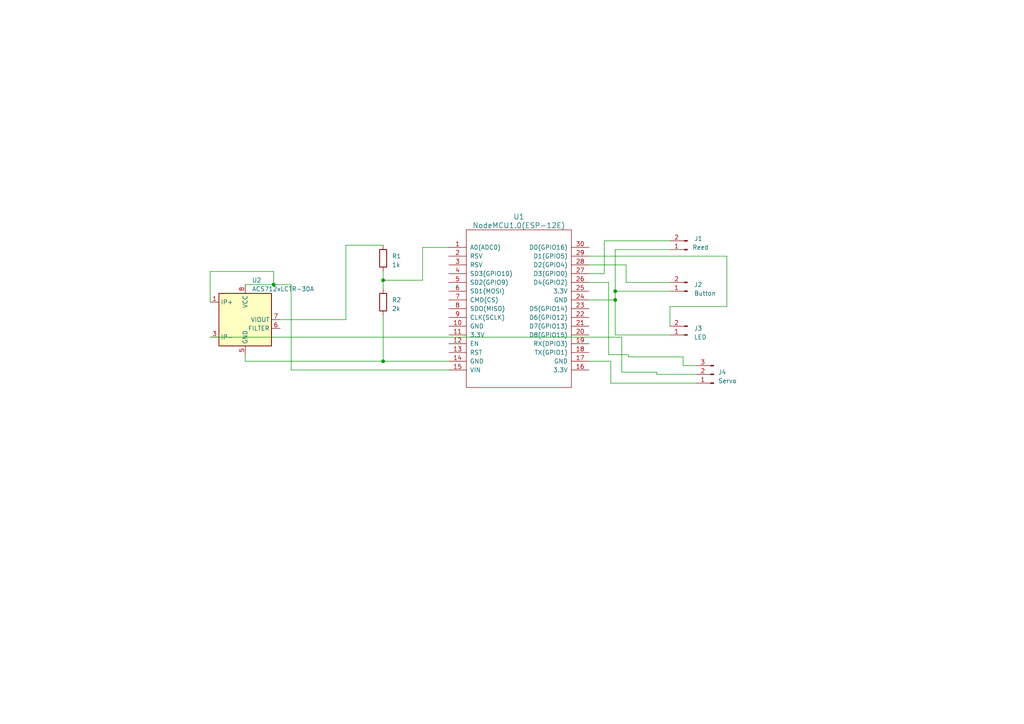
<source format=kicad_sch>
(kicad_sch (version 20230121) (generator eeschema)
  (paper "A4")
  (lib_symbols
    (symbol "Connector:Conn_01x02_Pin" (pin_names (offset 1.016) hide)
      (property "Reference" "J" (at 0 2.54 0))
      (property "Value" "Conn_01x02_Pin" (at 0 -5.08 0))
      (symbol "Conn_01x02_Pin_1_1"
        (polyline (pts (xy 1.27 -2.54) (xy 0.8636 -2.54)) (stroke (width 0.1524)))
        (polyline (pts (xy 1.27 0) (xy 0.8636 0)) (stroke (width 0.1524)))
        (rectangle (start 0.8636 -2.413) (end 0 -2.667) (stroke (width 0.1524)) (fill (type outline)))
        (rectangle (start 0.8636 0.127) (end 0 -0.127) (stroke (width 0.1524)) (fill (type outline)))
        (pin passive line (at 5.08 0 180) (length 3.81) (name "Pin_1") (number "1"))
        (pin passive line (at 5.08 -2.54 180) (length 3.81) (name "Pin_2") (number "2"))
      )
    )
    (symbol "Connector:Conn_01x03_Pin" (pin_names (offset 1.016) hide)
      (property "Reference" "J" (at 0 5.08 0))
      (property "Value" "Conn_01x03_Pin" (at 0 -5.08 0))
      (symbol "Conn_01x03_Pin_1_1"
        (polyline (pts (xy 1.27 -2.54) (xy 0.8636 -2.54)) (stroke (width 0.1524)))
        (polyline (pts (xy 1.27 0) (xy 0.8636 0)) (stroke (width 0.1524)))
        (polyline (pts (xy 1.27 2.54) (xy 0.8636 2.54)) (stroke (width 0.1524)))
        (rectangle (start 0.8636 -2.413) (end 0 -2.667) (stroke (width 0.1524)) (fill (type outline)))
        (rectangle (start 0.8636 0.127) (end 0 -0.127) (stroke (width 0.1524)) (fill (type outline)))
        (rectangle (start 0.8636 2.667) (end 0 2.413) (stroke (width 0.1524)) (fill (type outline)))
        (pin passive line (at 5.08 2.54 180) (length 3.81) (name "Pin_1") (number "1"))
        (pin passive line (at 5.08 0 180) (length 3.81) (name "Pin_2") (number "2"))
        (pin passive line (at 5.08 -2.54 180) (length 3.81) (name "Pin_3") (number "3"))
      )
    )
    (symbol "Device:R" (pin_numbers hide) (pin_names (offset 0))
      (property "Reference" "R" (at 2.032 0 90))
      (property "Value" "R" (at 0 0 90))
      (symbol "R_0_1"
        (rectangle (start -1.016 -2.54) (end 1.016 2.54) (stroke (width 0.254)))
      )
      (symbol "R_1_1"
        (pin passive line (at 0 3.81 270) (length 1.27) (name "~") (number "1"))
        (pin passive line (at 0 -3.81 90) (length 1.27) (name "~") (number "2"))
      )
    )
    (symbol "NodeMCUv3:NodeMCU1.0(ESP-12E)" (pin_names (offset 1.016))
      (property "Reference" "U" (at 0 21.59 0))
      (property "Value" "NodeMCU1.0(ESP-12E)" (at 0 -21.59 0))
      (symbol "NodeMCU1.0(ESP-12E)_0_1"
        (rectangle (start -15.24 -22.86) (end 15.24 22.86))
      )
      (symbol "NodeMCU1.0(ESP-12E)_1_1"
        (pin input line (at -20.32 17.78 0) (length 5.08) (name "A0(ADC0)") (number "1"))
        (pin input line (at -20.32 -5.08 0) (length 5.08) (name "GND") (number "10"))
        (pin input line (at -20.32 -7.62 0) (length 5.08) (name "3.3V") (number "11"))
        (pin input line (at -20.32 -10.16 0) (length 5.08) (name "EN") (number "12"))
        (pin input line (at -20.32 -12.7 0) (length 5.08) (name "RST") (number "13"))
        (pin input line (at -20.32 -15.24 0) (length 5.08) (name "GND") (number "14"))
        (pin input line (at -20.32 -17.78 0) (length 5.08) (name "VIN") (number "15"))
        (pin input line (at 20.32 -17.78 180) (length 5.08) (name "3.3V") (number "16"))
        (pin input line (at 20.32 -15.24 180) (length 5.08) (name "GND") (number "17"))
        (pin input line (at 20.32 -12.7 180) (length 5.08) (name "TX(GPIO1)") (number "18"))
        (pin input line (at 20.32 -10.16 180) (length 5.08) (name "RX(DPIO3)") (number "19"))
        (pin input line (at -20.32 15.24 0) (length 5.08) (name "RSV") (number "2"))
        (pin input line (at 20.32 -7.62 180) (length 5.08) (name "D8(GPIO15)") (number "20"))
        (pin input line (at 20.32 -5.08 180) (length 5.08) (name "D7(GPIO13)") (number "21"))
        (pin input line (at 20.32 -2.54 180) (length 5.08) (name "D6(GPIO12)") (number "22"))
        (pin input line (at 20.32 0 180) (length 5.08) (name "D5(GPIO14)") (number "23"))
        (pin input line (at 20.32 2.54 180) (length 5.08) (name "GND") (number "24"))
        (pin input line (at 20.32 5.08 180) (length 5.08) (name "3.3V") (number "25"))
        (pin input line (at 20.32 7.62 180) (length 5.08) (name "D4(GPIO2)") (number "26"))
        (pin input line (at 20.32 10.16 180) (length 5.08) (name "D3(GPIO0)") (number "27"))
        (pin input line (at 20.32 12.7 180) (length 5.08) (name "D2(GPIO4)") (number "28"))
        (pin input line (at 20.32 15.24 180) (length 5.08) (name "D1(GPIO5)") (number "29"))
        (pin input line (at -20.32 12.7 0) (length 5.08) (name "RSV") (number "3"))
        (pin input line (at 20.32 17.78 180) (length 5.08) (name "D0(GPIO16)") (number "30"))
        (pin input line (at -20.32 10.16 0) (length 5.08) (name "SD3(GPIO10)") (number "4"))
        (pin input line (at -20.32 7.62 0) (length 5.08) (name "SD2(GPIO9)") (number "5"))
        (pin input line (at -20.32 5.08 0) (length 5.08) (name "SD1(MOSI)") (number "6"))
        (pin input line (at -20.32 2.54 0) (length 5.08) (name "CMD(CS)") (number "7"))
        (pin input line (at -20.32 0 0) (length 5.08) (name "SDO(MISO)") (number "8"))
        (pin input line (at -20.32 -2.54 0) (length 5.08) (name "CLK(SCLK)") (number "9"))
      )
    )
    (symbol "Sensor_Current:ACS712xLCTR-30A"
      (property "Reference" "U" (at 2.54 11.43 0))
      (property "Value" "ACS712xLCTR-30A" (at 2.54 8.89 0))
      (symbol "ACS712xLCTR-30A_0_1"
        (rectangle (start -7.62 7.62) (end 7.62 -7.62) (stroke (width 0.254)) (fill (type background)))
      )
      (symbol "ACS712xLCTR-30A_1_1"
        (pin passive line (at -10.16 5.08 0) (length 2.54) (name "IP+") (number "1"))
        (pin passive line (at -10.16 5.08 0) (length 2.54) hide (name "IP+") (number "2"))
        (pin passive line (at -10.16 -5.08 0) (length 2.54) (name "IP-") (number "3"))
        (pin passive line (at -10.16 -5.08 0) (length 2.54) hide (name "IP-") (number "4"))
        (pin power_in line (at 0 -10.16 90) (length 2.54) (name "GND") (number "5"))
        (pin passive line (at 10.16 -2.54 180) (length 2.54) (name "FILTER") (number "6"))
        (pin output line (at 10.16 0 180) (length 2.54) (name "VIOUT") (number "7"))
        (pin power_in line (at 0 10.16 270) (length 2.54) (name "VCC") (number "8"))
      )
    )
  )
  (junction (at 79.375 82.55))
  (junction (at 111.125 81.28))
  (junction (at 178.435 86.995))
  (junction (at 178.435 84.455))
  (junction (at 111.125 104.775))
  (wire (pts (xy 182.245 103.505) (xy 182.245 102.87)))
  (wire (pts (xy 178.435 97.155) (xy 178.435 86.995)))
  (wire (pts (xy 71.12 102.87) (xy 71.12 104.775)))
  (wire (pts (xy 175.26 69.85) (xy 194.31 69.85)))
  (wire (pts (xy 79.375 82.55) (xy 84.455 82.55)))
  (wire (pts (xy 122.555 71.755) (xy 130.175 71.755)))
  (wire (pts (xy 170.815 74.295) (xy 210.82 74.295)))
  (wire (pts (xy 111.125 91.44) (xy 111.125 104.775)))
  (wire (pts (xy 170.815 81.915) (xy 176.53 81.915)))
  (wire (pts (xy 71.12 104.775) (xy 111.125 104.775)))
  (wire (pts (xy 177.165 111.125) (xy 201.93 111.125)))
  (wire (pts (xy 111.125 78.74) (xy 111.125 81.28)))
  (wire (pts (xy 178.435 84.455) (xy 194.31 84.455)))
  (wire (pts (xy 198.12 103.505) (xy 182.245 103.505)))
  (wire (pts (xy 71.12 82.55) (xy 79.375 82.55)))
  (wire (pts (xy 81.28 92.71) (xy 100.33 92.71)))
  (wire (pts (xy 194.31 94.615) (xy 194.31 88.9)))
  (wire (pts (xy 180.34 107.95) (xy 190.5 107.95)))
  (wire (pts (xy 190.5 107.95) (xy 190.5 108.585)))
  (wire (pts (xy 194.31 88.9) (xy 210.82 88.9)))
  (wire (pts (xy 100.33 92.71) (xy 100.33 71.12)))
  (wire (pts (xy 178.435 72.39) (xy 178.435 84.455)))
  (wire (pts (xy 111.125 81.28) (xy 122.555 81.28)))
  (wire (pts (xy 111.125 104.775) (xy 130.175 104.775)))
  (wire (pts (xy 181.61 81.915) (xy 181.61 76.835)))
  (wire (pts (xy 198.12 106.045) (xy 201.93 106.045)))
  (wire (pts (xy 170.815 104.775) (xy 177.165 104.775)))
  (wire (pts (xy 79.375 82.55) (xy 79.375 78.74)))
  (wire (pts (xy 198.12 103.505) (xy 198.12 106.045)))
  (wire (pts (xy 194.31 97.155) (xy 178.435 97.155)))
  (wire (pts (xy 176.53 81.915) (xy 176.53 102.87)))
  (wire (pts (xy 194.31 81.915) (xy 181.61 81.915)))
  (wire (pts (xy 176.53 102.87) (xy 182.245 102.87)))
  (wire (pts (xy 84.455 107.315) (xy 130.175 107.315)))
  (wire (pts (xy 60.96 97.79) (xy 180.34 97.79)))
  (wire (pts (xy 100.33 71.12) (xy 111.125 71.12)))
  (wire (pts (xy 181.61 76.835) (xy 170.815 76.835)))
  (wire (pts (xy 190.5 108.585) (xy 201.93 108.585)))
  (wire (pts (xy 122.555 81.28) (xy 122.555 71.755)))
  (wire (pts (xy 111.125 81.28) (xy 111.125 83.82)))
  (wire (pts (xy 178.435 86.995) (xy 170.815 86.995)))
  (wire (pts (xy 210.82 88.9) (xy 210.82 74.295)))
  (wire (pts (xy 194.31 72.39) (xy 178.435 72.39)))
  (wire (pts (xy 178.435 84.455) (xy 178.435 86.995)))
  (wire (pts (xy 177.165 104.775) (xy 177.165 111.125)))
  (wire (pts (xy 60.96 78.74) (xy 60.96 87.63)))
  (wire (pts (xy 180.34 97.79) (xy 180.34 107.95)))
  (wire (pts (xy 84.455 82.55) (xy 84.455 107.315)))
  (wire (pts (xy 79.375 78.74) (xy 60.96 78.74)))
  (wire (pts (xy 175.26 79.375) (xy 170.815 79.375)))
  (wire (pts (xy 175.26 69.85) (xy 175.26 79.375)))
  (symbol (lib_id "Connector:Conn_01x02_Pin") (at 199.39 84.455 180) (unit 1)
    (property "Reference" "J2" (at 201.295 82.55 0) (effects (justify right)))
    (property "Value" "Button" (at 201.295 85.09 0) (effects (justify right)))
    (property "Footprint" "Connector_PinHeader_2.54mm:PinHeader_1x02_P2.54mm_Vertical" (effects hide))
  )
  (symbol (lib_id "Device:R") (at 111.125 87.63 0) (unit 1)
    (property "Reference" "R2" (at 113.665 86.995 0) (effects (justify left)))
    (property "Value" "2k" (at 113.665 89.535 0) (effects (justify left)))
    (property "Footprint" "Resistor_THT:R_Axial_DIN0411_L9.9mm_D3.6mm_P12.70mm_Horizontal" (effects hide))
  )
  (symbol (lib_id "Connector:Conn_01x02_Pin") (at 199.39 72.39 180) (unit 1)
    (property "Reference" "J1" (at 202.565 69.215 0))
    (property "Value" "Reed" (at 203.2 71.755 0))
    (property "Footprint" "Connector_PinHeader_2.54mm:PinHeader_1x02_P2.54mm_Vertical" (effects hide))
  )
  (symbol (lib_id "Device:R") (at 111.125 74.93 180) (unit 1)
    (property "Reference" "R1" (at 113.665 74.295 0) (effects (justify right)))
    (property "Value" "1k" (at 113.665 76.835 0) (effects (justify right)))
    (property "Footprint" "Resistor_THT:R_Axial_DIN0411_L9.9mm_D3.6mm_P12.70mm_Horizontal" (effects hide))
  )
  (symbol (lib_id "Connector:Conn_01x03_Pin") (at 207.01 108.585 180) (unit 1)
    (property "Reference" "J4" (at 208.28 107.95 0) (effects (justify right)))
    (property "Value" "Servo" (at 208.28 110.49 0) (effects (justify right)))
    (property "Footprint" "Connector_PinHeader_2.54mm:PinHeader_1x03_P2.54mm_Vertical" (effects hide))
  )
  (symbol (lib_id "NodeMCUv3:NodeMCU1.0(ESP-12E)") (at 150.495 89.535 0) (unit 1)
    (property "Reference" "U1" (at 150.495 62.865 0) (effects (font (size 1.524 1.524))))
    (property "Value" "NodeMCU1.0(ESP-12E)" (at 150.495 65.405 0) (effects (font (size 1.524 1.524))))
    (property "Footprint" "NodeMCUv3:NodeMCU-LoLinV3" (effects hide))
  )
  (symbol (lib_id "Sensor_Current:ACS712xLCTR-30A") (at 71.12 92.71 0) (unit 1)
    (property "Reference" "U2" (at 73.0759 81.28 0) (effects (justify left)))
    (property "Value" "ACS712xLCTR-30A" (at 73.0759 83.82 0) (effects (justify left)))
    (property "Footprint" "Package_SO:SOIC-8_3.9x4.9mm_P1.27mm" (effects hide))
    (property "Datasheet" "http://www.allegromicro.com/~/media/Files/Datasheets/ACS712-Datasheet.ashx?la=en" (effects hide))
  )
  (symbol (lib_id "Connector:Conn_01x02_Pin") (at 199.39 97.155 180) (unit 1)
    (property "Reference" "J3" (at 201.295 95.25 0) (effects (justify right)))
    (property "Value" "LED" (at 201.295 97.79 0) (effects (justify right)))
    (property "Footprint" "Connector_PinHeader_2.54mm:PinHeader_1x02_P2.54mm_Vertical" (effects hide))
  )
)
</source>
